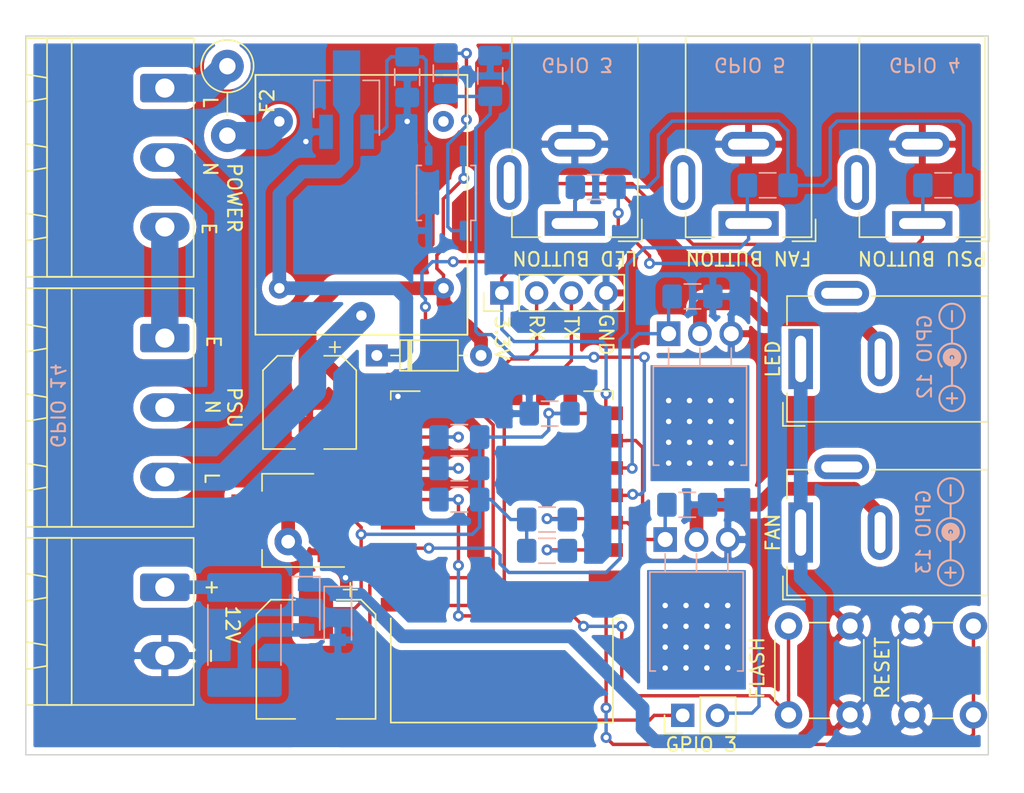
<source format=kicad_pcb>
(kicad_pcb (version 20171130) (host pcbnew "(5.1.2)-2")
  (layers (0 F.Cu signal) (31 B.Cu signal) (34 B.Paste user) (35 F.Paste user) (36 B.SilkS user) (37 F.SilkS user) (38 B.Mask user) (39 F.Mask user) (44 Edge.Cuts user))
  (net 0 "")
  (net 1 "Net-(J1-Pad3)")
  (net 2 Earth)
  (net 3 AC)
  (net 4 LED_BTN_PIN)
  (net 5 GND)
  (net 6 +12V)
  (net 7 "Net-(J4-Pad2)")
  (net 8 PSU_BTN_PIN)
  (net 9 FAN_BTN_PIN)
  (net 10 GNDPWR)
  (net 11 "Net-(J9-Pad2)")
  (net 12 "Net-(D2-Pad1)")
  (net 13 +3V3)
  (net 14 TX)
  (net 15 "Net-(U1-Pad14)")
  (net 16 "Net-(U1-Pad13)")
  (net 17 "Net-(U1-Pad12)")
  (net 18 "Net-(U1-Pad11)")
  (net 19 "Net-(U1-Pad10)")
  (net 20 "Net-(U1-Pad9)")
  (net 21 FAN_PIN)
  (net 22 LED_PIN)
  (net 23 PSU_PIN)
  (net 24 "Net-(U1-Pad2)")
  (net 25 "Net-(R6-Pad2)")
  (net 26 "Net-(R7-Pad2)")
  (net 27 "Net-(R8-Pad2)")
  (net 28 "Net-(R9-Pad2)")
  (net 29 "Net-(R10-Pad2)")
  (net 30 LED_BTN_RX_PIN)
  (net 31 "Net-(D1-Pad2)")
  (net 32 VCC)
  (net 33 "Net-(NT1-Pad2)")
  (net 34 "Net-(NT1-Pad1)")
  (net 35 "Net-(NT2-Pad2)")
  (net 36 "Net-(NT2-Pad1)")
  (net 37 "Net-(F2-Pad1)")
  (net 38 "Net-(Q1-Pad1)")
  (net 39 "Net-(R12-Pad2)")
  (module Relay_THT:RD_112DM (layer F.Cu) (at 107.188 25.654 270)
    (fp_text reference U2 hide)
    (fp_text value "RD-112DM ")
    (pad 4 thru_hole circle (at -6.45 5.6 270) (size 1.524 1.524) (drill 0.762) (layers *.Cu *.Mask) (net 3 AC))
    (pad 5 thru_hole circle (at -6.45 -6.4 270) (size 1.524 1.524) (drill 0.762) (layers *.Cu *.Mask))
    (pad 3 thru_hole circle (at 7.75 -0.4 270) (size 1.524 1.524) (drill 0.762) (layers *.Cu *.Mask) (net 1 "Net-(J1-Pad3)"))
    (pad 2 thru_hole circle (at 5.75 5.6 270) (size 1.524 1.524) (drill 0.762) (layers *.Cu *.Mask) (net 12 "Net-(D2-Pad1)"))
    (pad 1 thru_hole circle (at 5.75 -6.4 270) (size 1.524 1.524) (drill 0.762) (layers *.Cu *.Mask) (net 6 +12V))
  )
  (module Package_TO_SOT_SMD:SOT-89-3_Handsoldering (layer B.Cu) (at 106.5022 17.982 90)
    (fp_text reference Q1 hide)
    (fp_text value UT3N06)
    (pad 2 smd trapezoid (at -0.37 0) (size 1.5 0.75) (rect_delta 0 -0.5) (layers B.Cu B.Paste B.Mask) (net 12 "Net-(D2-Pad1)"))
    (pad 2 smd rect (at 1.98 0 180) (size 2 4) (layers B.Cu B.Paste B.Mask) (net 12 "Net-(D2-Pad1)"))
    (pad 3 smd rect (at -1.98 -1.5 180) (size 1 2.5) (layers B.Cu B.Paste B.Mask) (net 5 GND))
    (pad 2 smd rect (at -1.98 0 180) (size 1 2.5) (layers B.Cu B.Paste B.Mask) (net 12 "Net-(D2-Pad1)"))
    (pad 1 smd rect (at -1.98 1.5 180) (size 1 2.5) (layers B.Cu B.Paste B.Mask) (net 38 "Net-(Q1-Pad1)"))
  )
  (module Resistor_THT:R_Axial_DIN0411_L9.9mm_D3.6mm_P5.08mm_Vertical (layer F.Cu) (at 97.79 15.1638 270)
    (fp_text reference F2 (at 2.54 -2.92 90) (layer F.SilkS))
    (fp_text value "20N-100H ")
    (pad 2 thru_hole oval (at 5.08 0 270) (size 2.4 2.4) (drill 1.2) (layers *.Cu *.Mask) (net 3 AC))
    (pad 1 thru_hole circle (at 0 0 270) (size 2.4 2.4) (drill 1.2) (layers *.Cu *.Mask) (net 37 "Net-(F2-Pad1)"))
  )
  (module Package_SO:SOP-4_3.8x4.1mm_P2.54mm (layer B.Cu) (at 113.7793 24.4348 90)
    (fp_text reference U4 hide)
    (fp_text value "PS2711-1-F3-A ")
    (pad 4 smd roundrect (at 2.75 1.27 90) (size 1.45 0.55) (layers B.Cu B.Paste B.Mask) (net 6 +12V))
    (pad 3 smd roundrect (at 2.75 -1.27 90) (size 1.45 0.55) (layers B.Cu B.Paste B.Mask) (net 38 "Net-(Q1-Pad1)"))
    (pad 2 smd roundrect (at -2.75 -1.27 90) (size 1.45 0.55) (layers B.Cu B.Paste B.Mask) (net 5 GND))
    (pad 1 smd roundrect (at -2.75 1.27 90) (size 1.45 0.55) (layers B.Cu B.Paste B.Mask) (net 39 "Net-(R12-Pad2)"))
  )
  (module Resistor_SMD:R_1206_3216Metric_Pad1.42x1.75mm_HandSolder (layer B.Cu) (at 110.9345 15.9655 270)
    (fp_text reference R13 hide)
    (fp_text value 10k)
    (pad 2 smd roundrect (at 1.4875 0 270) (size 1.425 1.75) (layers B.Cu B.Paste B.Mask) (roundrect_rratio 0.175439) (net 5 GND))
    (pad 1 smd roundrect (at -1.4875 0 270) (size 1.425 1.75) (layers B.Cu B.Paste B.Mask) (roundrect_rratio 0.175439) (net 38 "Net-(Q1-Pad1)"))
  )
  (module Resistor_SMD:R_1206_3216Metric_Pad1.42x1.75mm_HandSolder (layer B.Cu) (at 113.7539 15.6845 90)
    (fp_text reference R12 hide)
    (fp_text value 412R)
    (pad 2 smd roundrect (at 1.4875 0 90) (size 1.425 1.75) (layers B.Cu B.Paste B.Mask) (roundrect_rratio 0.175439) (net 39 "Net-(R12-Pad2)"))
    (pad 1 smd roundrect (at -1.4875 0 90) (size 1.425 1.75) (layers B.Cu B.Paste B.Mask) (roundrect_rratio 0.175439) (net 23 PSU_PIN))
  )
  (module Symbol:Symbol_Barrel_Polarity (layer B.Cu) (at 150.6855 36.4617 270)
    (fp_text reference REF** hide)
    (fp_text value Symbol_Barrel_Polarity)
  )
  (module Symbol:Symbol_Barrel_Polarity (layer B.Cu) (at 150.5839 49.2252 270)
    (fp_text reference REF** hide)
    (fp_text value Symbol_Barrel_Polarity)
  )
  (module NetTie:NetTie-2_SMD_Pad0.5mm (layer F.Cu) (at 133.858 60.1853)
    (fp_text reference NT2 hide)
    (fp_text value Q3_THERMAL)
    (fp_poly (pts (xy -0.5 -0.25) (xy 0.5 -0.25) (xy 0.5 0.25) (xy -0.5 0.25)) (layer F.Cu) (width 0))
    (pad 2 smd circle (at 0.5 0) (size 0.5 0.5) (layers F.Cu) (net 35 "Net-(NT2-Pad2)"))
    (pad 1 smd circle (at -0.5 0) (size 0.5 0.5) (layers F.Cu) (net 36 "Net-(NT2-Pad1)"))
  )
  (module NetTie:NetTie-2_SMD_Pad0.5mm (layer F.Cu) (at 133.8707 45.0088)
    (fp_text reference NT1 hide)
    (fp_text value Q2_THERMAL hide)
    (fp_poly (pts (xy -0.5 -0.25) (xy 0.5 -0.25) (xy 0.5 0.25) (xy -0.5 0.25)) (layer F.Cu) (width 0))
    (pad 2 smd circle (at 0.5 0) (size 0.5 0.5) (layers F.Cu) (net 33 "Net-(NT1-Pad2)"))
    (pad 1 smd circle (at -0.5 0) (size 0.5 0.5) (layers F.Cu) (net 34 "Net-(NT1-Pad1)"))
  )
  (module Fuse:Fuse_2920_7451Metric_Pad2.10x5.45mm_HandSolder (layer B.Cu) (at 99.03714 56.76872 90)
    (fp_text reference F1 hide)
    (fp_text value "TLC-LSMD100 2A")
    (pad 2 smd roundrect (at 3.475 0 90) (size 2.1 5.45) (layers B.Cu B.Paste B.Mask) (roundrect_rratio 0.119048) (net 32 VCC))
    (pad 1 smd roundrect (at -3.475 0 90) (size 2.1 5.45) (layers B.Cu B.Paste B.Mask) (roundrect_rratio 0.119048) (net 31 "Net-(D1-Pad2)"))
  )
  (module Diode_SMD:D_SOD-123 (layer B.Cu) (at 105.8672 55.4746 270)
    (fp_text reference D3 hide)
    (fp_text value "BZT52C13 ")
    (pad 2 smd rect (at 1.65 0 270) (size 0.9 1.2) (layers B.Cu B.Paste B.Mask) (net 5 GND))
    (pad 1 smd rect (at -1.65 0 270) (size 0.9 1.2) (layers B.Cu B.Paste B.Mask) (net 6 +12V))
  )
  (module Diode_SMD:D_SOD-123 (layer B.Cu) (at 103.5431 54.7507 270)
    (fp_text reference D1 hide)
    (fp_text value "DS36W " hide)
    (pad 2 smd rect (at 1.65 0 270) (size 0.9 1.2) (layers B.Cu B.Paste B.Mask) (net 31 "Net-(D1-Pad2)"))
    (pad 1 smd rect (at -1.65 0 270) (size 0.9 1.2) (layers B.Cu B.Paste B.Mask) (net 6 +12V))
  )
  (module Capacitor_SMD:CP_Elec_6.3x5.4 (layer F.Cu) (at 103.80218 39.75608 270)
    (fp_text reference C2 hide)
    (fp_text value 10uF)
    (pad 2 smd roundrect (at 2.8 0 270) (size 3.5 1.6) (layers F.Cu F.Paste F.Mask) (roundrect_rratio 0.15625) (net 5 GND))
    (pad 1 smd roundrect (at -2.8 0 270) (size 3.5 1.6) (layers F.Cu F.Paste F.Mask) (roundrect_rratio 0.15625) (net 6 +12V))
  )
  (module Connector_BarrelJack:BarrelJack_Wuerth_6941xx301002 (layer F.Cu) (at 135.89 26.67 180)
    (fp_text reference J6 hide)
    (fp_text value FAN_BTN)
    (pad 1 thru_hole rect (at 0 0 180) (size 4.4 1.8) (drill oval 3.4 0.8) (layers *.Cu *.Mask) (net 9 FAN_BTN_PIN))
    (pad 2 thru_hole oval (at 0 5.8 180) (size 4 1.8) (drill oval 3 0.8) (layers *.Cu *.Mask) (net 5 GND))
    (pad 3 thru_hole oval (at 4.8 3 270) (size 4 1.8) (drill oval 3 0.8) (layers *.Cu *.Mask))
  )
  (module Connector_PinHeader_2.54mm:PinHeader_1x02_P2.54mm_Vertical (layer F.Cu) (at 131.0767 62.6491 90)
    (fp_text reference J11 hide)
    (fp_text value FLASH_JUMPER)
    (pad 2 thru_hole oval (at 0 2.54 90) (size 1.7 1.7) (drill 1) (layers *.Cu *.Mask) (net 4 LED_BTN_PIN))
    (pad 1 thru_hole rect (at 0 0 90) (size 1.7 1.7) (drill 1) (layers *.Cu *.Mask) (net 30 LED_BTN_RX_PIN))
  )
  (module Package_TO_SOT_SMD:SOT-223 (layer F.Cu) (at 102.235 48.387 180)
    (fp_text reference U3 hide)
    (fp_text value LD1117AG-30-AA3-A-R)
    (pad 1 smd rect (at -3.15 -2.3 180) (size 2 1.5) (layers F.Cu F.Paste F.Mask) (net 5 GND))
    (pad 3 smd rect (at -3.15 2.3 180) (size 2 1.5) (layers F.Cu F.Paste F.Mask) (net 6 +12V))
    (pad 2 smd rect (at -3.15 0 180) (size 2 1.5) (layers F.Cu F.Paste F.Mask) (net 13 +3V3))
    (pad 4 smd rect (at 3.15 0 180) (size 2 3.8) (layers F.Cu F.Paste F.Mask))
  )
  (module Capacitor_SMD:CP_Elec_8x10.5 (layer F.Cu) (at 104.267 58.547 270)
    (fp_text reference C3 hide)
    (fp_text value "100uF 50V")
    (pad 2 smd roundrect (at 3.7 0 270) (size 4.4 2.5) (layers F.Cu F.Paste F.Mask) (roundrect_rratio 0.1) (net 5 GND))
    (pad 1 smd roundrect (at -3.7 0 270) (size 4.4 2.5) (layers F.Cu F.Paste F.Mask) (roundrect_rratio 0.1) (net 13 +3V3))
  )
  (module Connector_Phoenix_MSTB:PhoenixContact_MSTBA_2,5_3-G-5,08_1x03_P5.08mm_Horizontal (layer F.Cu) (at 93.218 16.764 270)
    (fp_text reference J7 hide)
    (fp_text value POW_CON)
    (pad 3 thru_hole oval (at 10.16 0 270) (size 2.08 3.6) (drill 1.4) (layers *.Cu *.Mask) (net 2 Earth))
    (pad 2 thru_hole oval (at 5.08 0 270) (size 2.08 3.6) (drill 1.4) (layers *.Cu *.Mask) (net 10 GNDPWR))
    (pad 1 thru_hole roundrect (at 0 0 270) (size 2.08 3.6) (drill 1.4) (layers *.Cu *.Mask) (roundrect_rratio 0.120192) (net 37 "Net-(F2-Pad1)"))
  )
  (module Connector_Phoenix_MSTB:PhoenixContact_MSTBA_2,5_3-G-5,08_1x03_P5.08mm_Horizontal (layer F.Cu) (at 93.218 35.052 270)
    (fp_text reference J1 hide)
    (fp_text value PSU_CON)
    (pad 3 thru_hole oval (at 10.16 0 270) (size 2.08 3.6) (drill 1.4) (layers *.Cu *.Mask) (net 1 "Net-(J1-Pad3)"))
    (pad 2 thru_hole oval (at 5.08 0 270) (size 2.08 3.6) (drill 1.4) (layers *.Cu *.Mask) (net 10 GNDPWR))
    (pad 1 thru_hole roundrect (at 0 0 270) (size 2.08 3.6) (drill 1.4) (layers *.Cu *.Mask) (roundrect_rratio 0.120192) (net 2 Earth))
  )
  (module Connector_Phoenix_MSTB:PhoenixContact_MSTBA_2,5_2-G_1x02_P5.00mm_Horizontal (layer F.Cu) (at 93.218 53.2765 270)
    (fp_text reference J8 hide)
    (fp_text value LED_FAN_POW_CON)
    (pad 2 thru_hole oval (at 5 0 270) (size 2 3.6) (drill 1.4) (layers *.Cu *.Mask) (net 5 GND))
    (pad 1 thru_hole roundrect (at 0 0 270) (size 2 3.6) (drill 1.4) (layers *.Cu *.Mask) (roundrect_rratio 0.125) (net 32 VCC))
  )
  (module Package_TO_SOT_THT:TO-251-3-1EP_Horizontal_TabDown (layer B.Cu) (at 130.044 34.730667)
    (fp_text reference Q3 hide)
    (fp_text value UT3N06)
    (pad 3 thru_hole oval (at 4.58 0) (size 1.7175 1.8) (drill 1.1) (layers *.Cu *.Mask) (net 5 GND))
    (pad 2 thru_hole oval (at 2.29 0) (size 1.7175 1.8) (drill 1.1) (layers *.Cu *.Mask) (net 11 "Net-(J9-Pad2)"))
    (pad 1 thru_hole rect (at 0 0) (size 1.7175 1.8) (drill 1.1) (layers *.Cu *.Mask) (net 22 LED_PIN))
    (pad 4 smd rect (at 2.29 7.433333) (size 5.7 6.2) (layers B.Cu B.Paste B.Mask) (net 34 "Net-(NT1-Pad1)"))
  )
  (module Package_TO_SOT_THT:TO-251-3-1EP_Horizontal_TabDown (layer B.Cu) (at 129.794 49.784)
    (fp_text reference Q2 hide)
    (fp_text value UT3N06)
    (pad 3 thru_hole oval (at 4.58 0) (size 1.7175 1.8) (drill 1.1) (layers *.Cu *.Mask) (net 5 GND))
    (pad 2 thru_hole oval (at 2.29 0) (size 1.7175 1.8) (drill 1.1) (layers *.Cu *.Mask) (net 7 "Net-(J4-Pad2)"))
    (pad 1 thru_hole rect (at 0 0) (size 1.7175 1.8) (drill 1.1) (layers *.Cu *.Mask) (net 21 FAN_PIN))
    (pad 4 smd rect (at 2.29 7.433333) (size 5.7 6.2) (layers B.Cu B.Paste B.Mask) (net 36 "Net-(NT2-Pad1)"))
  )
  (module Connector_PinHeader_2.54mm:PinHeader_1x04_P2.54mm_Vertical (layer F.Cu) (at 117.856 31.75 90)
    (fp_text reference J2 hide)
    (fp_text value UART_CON)
    (pad 4 thru_hole oval (at 0 7.62 90) (size 1.7 1.7) (drill 1) (layers *.Cu *.Mask) (net 5 GND))
    (pad 3 thru_hole oval (at 0 5.08 90) (size 1.7 1.7) (drill 1) (layers *.Cu *.Mask) (net 14 TX))
    (pad 2 thru_hole oval (at 0 2.54 90) (size 1.7 1.7) (drill 1) (layers *.Cu *.Mask) (net 30 LED_BTN_RX_PIN))
    (pad 1 thru_hole rect (at 0 0 90) (size 1.7 1.7) (drill 1) (layers *.Cu *.Mask) (net 13 +3V3))
  )
  (module Diode_THT:D_DO-35_SOD27_P7.62mm_Horizontal (layer F.Cu) (at 108.712 36.322)
    (fp_text reference D2 hide)
    (fp_text value 1N4148)
    (pad 2 thru_hole oval (at 7.62 0) (size 1.6 1.6) (drill 0.8) (layers *.Cu *.Mask) (net 6 +12V))
    (pad 1 thru_hole rect (at 0 0) (size 1.6 1.6) (drill 0.8) (layers *.Cu *.Mask) (net 12 "Net-(D2-Pad1)"))
  )
  (module Capacitor_SMD:C_1206_3216Metric_Pad1.42x1.75mm_HandSolder (layer B.Cu) (at 121.3485 40.5765 180)
    (fp_text reference C1 hide)
    (fp_text value "100n 25V")
    (pad 2 smd roundrect (at 1.4875 0 180) (size 1.425 1.75) (layers B.Cu B.Paste B.Mask) (roundrect_rratio 0.175439) (net 5 GND))
    (pad 1 smd roundrect (at -1.4875 0 180) (size 1.425 1.75) (layers B.Cu B.Paste B.Mask) (roundrect_rratio 0.175439) (net 13 +3V3))
  )
  (module Resistor_SMD:R_1206_3216Metric_Pad1.42x1.75mm_HandSolder (layer B.Cu) (at 131.7895 32.004)
    (fp_text reference R5 hide)
    (fp_text value 10k)
    (pad 2 smd roundrect (at 1.4875 0) (size 1.425 1.75) (layers B.Cu B.Paste B.Mask) (roundrect_rratio 0.175439) (net 5 GND))
    (pad 1 smd roundrect (at -1.4875 0) (size 1.425 1.75) (layers B.Cu B.Paste B.Mask) (roundrect_rratio 0.175439) (net 22 LED_PIN))
  )
  (module Resistor_SMD:R_1206_3216Metric_Pad1.42x1.75mm_HandSolder (layer B.Cu) (at 137.287 23.876 180)
    (fp_text reference R4 hide)
    (fp_text value 10k)
    (pad 2 smd roundrect (at 1.4875 0 180) (size 1.425 1.75) (layers B.Cu B.Paste B.Mask) (roundrect_rratio 0.175439) (net 9 FAN_BTN_PIN))
    (pad 1 smd roundrect (at -1.4875 0 180) (size 1.425 1.75) (layers B.Cu B.Paste B.Mask) (roundrect_rratio 0.175439) (net 13 +3V3))
  )
  (module Resistor_SMD:R_1206_3216Metric_Pad1.42x1.75mm_HandSolder (layer B.Cu) (at 150.114 23.876 180)
    (fp_text reference R3 hide)
    (fp_text value 10k)
    (pad 2 smd roundrect (at 1.4875 0 180) (size 1.425 1.75) (layers B.Cu B.Paste B.Mask) (roundrect_rratio 0.175439) (net 8 PSU_BTN_PIN))
    (pad 1 smd roundrect (at -1.4875 0 180) (size 1.425 1.75) (layers B.Cu B.Paste B.Mask) (roundrect_rratio 0.175439) (net 13 +3V3))
  )
  (module Resistor_SMD:R_1206_3216Metric_Pad1.42x1.75mm_HandSolder (layer B.Cu) (at 131.4085 47.244)
    (fp_text reference R2 hide)
    (fp_text value 10k)
    (pad 2 smd roundrect (at 1.4875 0) (size 1.425 1.75) (layers B.Cu B.Paste B.Mask) (roundrect_rratio 0.175439) (net 5 GND))
    (pad 1 smd roundrect (at -1.4875 0) (size 1.425 1.75) (layers B.Cu B.Paste B.Mask) (roundrect_rratio 0.175439) (net 21 FAN_PIN))
  )
  (module Resistor_SMD:R_1206_3216Metric_Pad1.42x1.75mm_HandSolder (layer B.Cu) (at 124.714 24.003 180)
    (fp_text reference R1 hide)
    (fp_text value 10k)
    (pad 2 smd roundrect (at 1.4875 0 180) (size 1.425 1.75) (layers B.Cu B.Paste B.Mask) (roundrect_rratio 0.175439) (net 4 LED_BTN_PIN))
    (pad 1 smd roundrect (at -1.4875 0 180) (size 1.425 1.75) (layers B.Cu B.Paste B.Mask) (roundrect_rratio 0.175439) (net 13 +3V3))
  )
  (module Resistor_SMD:R_1206_3216Metric_Pad1.42x1.75mm_HandSolder (layer B.Cu) (at 117.0051 15.8766 90)
    (fp_text reference R11 hide)
    (fp_text value 10k)
    (pad 2 smd roundrect (at 1.4875 0 90) (size 1.425 1.75) (layers B.Cu B.Paste B.Mask) (roundrect_rratio 0.175439) (net 5 GND))
    (pad 1 smd roundrect (at -1.4875 0 90) (size 1.425 1.75) (layers B.Cu B.Paste B.Mask) (roundrect_rratio 0.175439) (net 23 PSU_PIN))
  )
  (module Resistor_SMD:R_1206_3216Metric_Pad1.42x1.75mm_HandSolder (layer B.Cu) (at 114.7445 42.291 180)
    (fp_text reference R10 hide)
    (fp_text value 10k)
    (pad 2 smd roundrect (at 1.4875 0 180) (size 1.425 1.75) (layers B.Cu B.Paste B.Mask) (roundrect_rratio 0.175439) (net 29 "Net-(R10-Pad2)"))
    (pad 1 smd roundrect (at -1.4875 0 180) (size 1.425 1.75) (layers B.Cu B.Paste B.Mask) (roundrect_rratio 0.175439) (net 13 +3V3))
  )
  (module Resistor_SMD:R_1206_3216Metric_Pad1.42x1.75mm_HandSolder (layer B.Cu) (at 114.7445 44.577 180)
    (fp_text reference R9 hide)
    (fp_text value 10k)
    (pad 2 smd roundrect (at 1.4875 0 180) (size 1.425 1.75) (layers B.Cu B.Paste B.Mask) (roundrect_rratio 0.175439) (net 28 "Net-(R9-Pad2)"))
    (pad 1 smd roundrect (at -1.4875 0 180) (size 1.425 1.75) (layers B.Cu B.Paste B.Mask) (roundrect_rratio 0.175439) (net 13 +3V3))
  )
  (module Resistor_SMD:R_1206_3216Metric_Pad1.42x1.75mm_HandSolder (layer B.Cu) (at 114.7445 46.863 180)
    (fp_text reference R8 hide)
    (fp_text value 10k)
    (pad 2 smd roundrect (at 1.4875 0 180) (size 1.425 1.75) (layers B.Cu B.Paste B.Mask) (roundrect_rratio 0.175439) (net 27 "Net-(R8-Pad2)"))
    (pad 1 smd roundrect (at -1.4875 0 180) (size 1.425 1.75) (layers B.Cu B.Paste B.Mask) (roundrect_rratio 0.175439) (net 13 +3V3))
  )
  (module Resistor_SMD:R_1206_3216Metric_Pad1.42x1.75mm_HandSolder (layer B.Cu) (at 121.158 48.3235)
    (fp_text reference R7 hide)
    (fp_text value 10k)
    (pad 2 smd roundrect (at 1.4875 0) (size 1.425 1.75) (layers B.Cu B.Paste B.Mask) (roundrect_rratio 0.175439) (net 26 "Net-(R7-Pad2)"))
    (pad 1 smd roundrect (at -1.4875 0) (size 1.425 1.75) (layers B.Cu B.Paste B.Mask) (roundrect_rratio 0.175439) (net 13 +3V3))
  )
  (module Resistor_SMD:R_1206_3216Metric_Pad1.42x1.75mm_HandSolder (layer B.Cu) (at 121.158 50.6095)
    (fp_text reference R6 hide)
    (fp_text value 10k)
    (pad 2 smd roundrect (at 1.4875 0) (size 1.425 1.75) (layers B.Cu B.Paste B.Mask) (roundrect_rratio 0.175439) (net 25 "Net-(R6-Pad2)"))
    (pad 1 smd roundrect (at -1.4875 0) (size 1.425 1.75) (layers B.Cu B.Paste B.Mask) (roundrect_rratio 0.175439) (net 13 +3V3))
  )
  (module RF_Module:ESP-12E (layer F.Cu) (at 117.856 51.054 180)
    (fp_text reference U1 hide)
    (fp_text value ESP-12E)
    (pad 1 smd rect (at -7.6 -3.5 180) (size 2.5 1) (layers F.Cu F.Paste F.Mask) (net 26 "Net-(R7-Pad2)"))
    (pad 2 smd rect (at -7.6 -1.5 180) (size 2.5 1) (layers F.Cu F.Paste F.Mask) (net 24 "Net-(U1-Pad2)"))
    (pad 3 smd rect (at -7.6 0.5 180) (size 2.5 1) (layers F.Cu F.Paste F.Mask) (net 25 "Net-(R6-Pad2)"))
    (pad 4 smd rect (at -7.6 2.5 180) (size 2.5 1) (layers F.Cu F.Paste F.Mask) (net 26 "Net-(R7-Pad2)"))
    (pad 5 smd rect (at -7.6 4.5 180) (size 2.5 1) (layers F.Cu F.Paste F.Mask) (net 23 PSU_PIN))
    (pad 6 smd rect (at -7.6 6.5 180) (size 2.5 1) (layers F.Cu F.Paste F.Mask) (net 22 LED_PIN))
    (pad 7 smd rect (at -7.6 8.5 180) (size 2.5 1) (layers F.Cu F.Paste F.Mask) (net 21 FAN_PIN))
    (pad 8 smd rect (at -7.6 10.5 180) (size 2.5 1) (layers F.Cu F.Paste F.Mask) (net 13 +3V3))
    (pad 9 smd rect (at -5 12 180) (size 1 1.8) (layers F.Cu F.Paste F.Mask) (net 20 "Net-(U1-Pad9)"))
    (pad 10 smd rect (at -3 12 180) (size 1 1.8) (layers F.Cu F.Paste F.Mask) (net 19 "Net-(U1-Pad10)"))
    (pad 11 smd rect (at -1 12 180) (size 1 1.8) (layers F.Cu F.Paste F.Mask) (net 18 "Net-(U1-Pad11)"))
    (pad 12 smd rect (at 1 12 180) (size 1 1.8) (layers F.Cu F.Paste F.Mask) (net 17 "Net-(U1-Pad12)"))
    (pad 13 smd rect (at 3 12 180) (size 1 1.8) (layers F.Cu F.Paste F.Mask) (net 16 "Net-(U1-Pad13)"))
    (pad 14 smd rect (at 5 12 180) (size 1 1.8) (layers F.Cu F.Paste F.Mask) (net 15 "Net-(U1-Pad14)"))
    (pad 15 smd rect (at 7.6 10.5 180) (size 2.5 1) (layers F.Cu F.Paste F.Mask) (net 5 GND))
    (pad 16 smd rect (at 7.6 8.5 180) (size 2.5 1) (layers F.Cu F.Paste F.Mask) (net 29 "Net-(R10-Pad2)"))
    (pad 17 smd rect (at 7.6 6.5 180) (size 2.5 1) (layers F.Cu F.Paste F.Mask) (net 28 "Net-(R9-Pad2)"))
    (pad 18 smd rect (at 7.6 4.5 180) (size 2.5 1) (layers F.Cu F.Paste F.Mask) (net 27 "Net-(R8-Pad2)"))
    (pad 19 smd rect (at 7.6 2.5 180) (size 2.5 1) (layers F.Cu F.Paste F.Mask) (net 8 PSU_BTN_PIN))
    (pad 20 smd rect (at 7.6 0.5 180) (size 2.5 1) (layers F.Cu F.Paste F.Mask) (net 9 FAN_BTN_PIN))
    (pad 21 smd rect (at 7.6 -1.5 180) (size 2.5 1) (layers F.Cu F.Paste F.Mask) (net 30 LED_BTN_RX_PIN))
    (pad 22 smd rect (at 7.6 -3.5 180) (size 2.5 1) (layers F.Cu F.Paste F.Mask) (net 14 TX))
  )
  (module Connector_BarrelJack:BarrelJack_Wuerth_6941xx301002 (layer F.Cu) (at 123.19 26.67 180)
    (fp_text reference J3 hide)
    (fp_text value LED_BTN)
    (pad 1 thru_hole rect (at 0 0 180) (size 4.4 1.8) (drill oval 3.4 0.8) (layers *.Cu *.Mask) (net 4 LED_BTN_PIN))
    (pad 2 thru_hole oval (at 0 5.8 180) (size 4 1.8) (drill oval 3 0.8) (layers *.Cu *.Mask) (net 5 GND))
    (pad 3 thru_hole oval (at 4.8 3 270) (size 4 1.8) (drill oval 3 0.8) (layers *.Cu *.Mask))
  )
  (module Connector_BarrelJack:BarrelJack_Wuerth_6941xx301002 (layer F.Cu) (at 148.59 26.67 180)
    (fp_text reference J5 hide)
    (fp_text value PSU_BTN)
    (pad 1 thru_hole rect (at 0 0 180) (size 4.4 1.8) (drill oval 3.4 0.8) (layers *.Cu *.Mask) (net 8 PSU_BTN_PIN))
    (pad 2 thru_hole oval (at 0 5.8 180) (size 4 1.8) (drill oval 3 0.8) (layers *.Cu *.Mask) (net 5 GND))
    (pad 3 thru_hole oval (at 4.8 3 270) (size 4 1.8) (drill oval 3 0.8) (layers *.Cu *.Mask))
  )
  (module Connector_BarrelJack:BarrelJack_Wuerth_6941xx301002 (layer F.Cu) (at 139.7 49.276 90)
    (fp_text reference J4 hide)
    (fp_text value FAN_CON)
    (pad 1 thru_hole rect (at 0 0 90) (size 4.4 1.8) (drill oval 3.4 0.8) (layers *.Cu *.Mask) (net 6 +12V))
    (pad 2 thru_hole oval (at 0 5.8 90) (size 4 1.8) (drill oval 3 0.8) (layers *.Cu *.Mask) (net 7 "Net-(J4-Pad2)"))
    (pad 3 thru_hole oval (at 4.8 3 180) (size 4 1.8) (drill oval 3 0.8) (layers *.Cu *.Mask))
  )
  (module Connector_BarrelJack:BarrelJack_Wuerth_6941xx301002 (layer F.Cu) (at 139.7 36.576 90)
    (fp_text reference J9 hide)
    (fp_text value LED_CON)
    (pad 1 thru_hole rect (at 0 0 90) (size 4.4 1.8) (drill oval 3.4 0.8) (layers *.Cu *.Mask) (net 6 +12V))
    (pad 2 thru_hole oval (at 0 5.8 90) (size 4 1.8) (drill oval 3 0.8) (layers *.Cu *.Mask) (net 11 "Net-(J9-Pad2)"))
    (pad 3 thru_hole oval (at 4.8 3 180) (size 4 1.8) (drill oval 3 0.8) (layers *.Cu *.Mask))
  )
  (module Button_Switch_THT:SW_PUSH_6mm (layer F.Cu) (at 138.811 62.611 90)
    (fp_text reference SW2 hide)
    (fp_text value FLASH)
    (pad 1 thru_hole circle (at 6.5 0 180) (size 2 2) (drill 1.1) (layers *.Cu *.Mask) (net 27 "Net-(R8-Pad2)"))
    (pad 2 thru_hole circle (at 6.5 4.5 180) (size 2 2) (drill 1.1) (layers *.Cu *.Mask) (net 5 GND))
    (pad 1 thru_hole circle (at 0 0 180) (size 2 2) (drill 1.1) (layers *.Cu *.Mask) (net 27 "Net-(R8-Pad2)"))
    (pad 2 thru_hole circle (at 0 4.5 180) (size 2 2) (drill 1.1) (layers *.Cu *.Mask) (net 5 GND))
  )
  (module Button_Switch_THT:SW_PUSH_6mm (layer F.Cu) (at 147.828 62.611 90)
    (fp_text reference SW1 hide)
    (fp_text value RESET)
    (pad 1 thru_hole circle (at 6.5 0 180) (size 2 2) (drill 1.1) (layers *.Cu *.Mask) (net 5 GND))
    (pad 2 thru_hole circle (at 6.5 4.5 180) (size 2 2) (drill 1.1) (layers *.Cu *.Mask) (net 26 "Net-(R7-Pad2)"))
    (pad 1 thru_hole circle (at 0 0 180) (size 2 2) (drill 1.1) (layers *.Cu *.Mask) (net 5 GND))
    (pad 2 thru_hole circle (at 0 4.5 180) (size 2 2) (drill 1.1) (layers *.Cu *.Mask) (net 26 "Net-(R7-Pad2)"))
  )
  (gr_text "GPIO 14" (at 85.3694 40.005 270) (layer B.SilkS) (effects (font (size 1 1)) (justify mirror)))
  (gr_text "GPIO 3" (at 123.3551 15.0495 180) (layer B.SilkS) (effects (font (size 1 1)) (justify mirror)))
  (gr_text "GPIO 5" (at 135.9789 15.0495 180) (layer B.SilkS) (effects (font (size 1 1)) (justify mirror)))
  (gr_text "GPIO 4" (at 148.7678 15.0495 180) (layer B.SilkS) (effects (font (size 1 1)) (justify mirror)))
  (gr_text "GPIO 13" (at 148.6789 49.2252 90) (layer B.SilkS) (effects (font (size 1 1)) (justify mirror)))
  (gr_text "GPIO 12" (at 148.7678 36.4236 90) (layer B.SilkS) (effects (font (size 1 1)) (justify mirror)))
  (gr_text - (at 150.6855 33.4518 90) (layer B.SilkS) (effects (font (size 1 1)) (justify mirror)))
  (gr_text + (at 150.7617 39.3827) (layer B.SilkS) (effects (font (size 1 1)) (justify mirror)))
  (gr_text + (at 150.6474 52.1335) (layer B.SilkS) (effects (font (size 1 1)) (justify mirror)))
  (gr_text - (at 150.5839 46.1899 90) (layer B.SilkS) (effects (font (size 1 1)) (justify mirror)))
  (gr_text "GPIO 3" (at 132.4356 64.7827) (layer F.SilkS) (effects (font (size 1 1))))
  (gr_line (start 153.416 65.532) (end 153.416 12.954) (layer Edge.Cuts) (width 0.1))
  (gr_line (start 83.058 65.532) (end 153.416 65.532) (layer Edge.Cuts) (width 0.1))
  (gr_line (start 83.058 12.954) (end 83.058 65.532) (layer Edge.Cuts) (width 0.1))
  (gr_line (start 153.416 12.954) (end 83.058 12.954) (layer Edge.Cuts) (width 0.1))
  (gr_poly (pts (xy 128.524 52.07) (xy 135.636 52.07) (xy 135.636 60.706) (xy 128.524 60.706)) (layer B.Cu) (width 0.1))
  (gr_poly (pts (xy 128.778 37.084) (xy 128.778 45.466) (xy 135.89 45.466) (xy 135.89 37.084)) (layer B.Cu) (width 0.1))
  (gr_text E (at 96.774 35.306 270) (layer F.SilkS) (effects (font (size 1 1))))
  (gr_text E (at 96.4311 27.051 270) (layer F.SilkS) (effects (font (size 1 1))))
  (gr_text GND (at 125.476 34.798 270) (layer F.SilkS) (effects (font (size 1 1))))
  (gr_text TX (at 122.936 34.29 270) (layer F.SilkS) (effects (font (size 1 1))))
  (gr_text RX (at 120.396 34.29 270) (layer F.SilkS) (effects (font (size 1 1))))
  (gr_text 3.3V (at 117.856 35.052 270) (layer F.SilkS) (effects (font (size 1 1))))
  (gr_poly (pts (xy 128.524 52.07) (xy 135.636 52.07) (xy 135.636 60.706) (xy 128.524 60.706)) (layer F.Cu) (width 0.1))
  (gr_poly (pts (xy 128.778 38.989) (xy 128.778 37.084) (xy 135.89 37.084) (xy 135.89 38.989)) (layer F.Cu) (width 0.1))
  (gr_poly (pts (xy 128.778 38.989) (xy 128.778 45.466) (xy 135.89 45.466) (xy 135.89 38.989)) (layer F.Cu) (width 0.1))
  (gr_text - (at 96.52 58.293 90) (layer F.SilkS) (effects (font (size 1 1))))
  (gr_text + (at 96.647 53.213) (layer F.SilkS) (effects (font (size 1 1))))
  (gr_text PSU (at 98.298 40.132 270) (layer F.SilkS) (effects (font (size 1 1))))
  (gr_text N (at 96.7867 40.0812 90) (layer F.SilkS) (effects (font (size 1 1))))
  (gr_text L (at 96.647 45.2755 270) (layer F.SilkS) (effects (font (size 1 1))))
  (gr_text N (at 96.5327 22.6822 270) (layer F.SilkS) (effects (font (size 1 1))))
  (gr_text L (at 96.5327 17.7927 270) (layer F.SilkS) (effects (font (size 1 1))))
  (gr_text POWER (at 98.298 24.7904 270) (layer F.SilkS) (effects (font (size 1 1))))
  (gr_text "LED BUTTON" (at 123.19 29.21 180) (layer F.SilkS) (effects (font (size 1 1))))
  (gr_text "FAN BUTTON" (at 135.89 29.21 180) (layer F.SilkS) (effects (font (size 1 1))))
  (gr_text "PSU BUTTON" (at 148.59 29.21 180) (layer F.SilkS) (effects (font (size 1 1))))
  (gr_text FLASH (at 136.525 59.182 90) (layer F.SilkS) (effects (font (size 1 1))))
  (gr_text RESET (at 145.669 59.182 90) (layer F.SilkS) (effects (font (size 1 1))))
  (gr_text FAN (at 137.668 49.276 90) (layer F.SilkS) (effects (font (size 1 1))))
  (gr_text LED (at 137.668 36.576 90) (layer F.SilkS) (effects (font (size 1 1))))
  (gr_text 12V (at 98.171 56.007 270) (layer F.SilkS) (effects (font (size 1 1))))
  (via (at 130.048 39.624) (size 0.8) (drill 0.4) (layers F.Cu B.Cu) (net 34))
  (via (at 130.048 41.148) (size 0.8) (drill 0.4) (layers F.Cu B.Cu) (net 34))
  (via (at 130.048 42.672) (size 0.8) (drill 0.4) (layers F.Cu B.Cu) (net 34))
  (via (at 130.048 44.196) (size 0.8) (drill 0.4) (layers F.Cu B.Cu) (net 34))
  (via (at 131.572 44.196) (size 0.8) (drill 0.4) (layers F.Cu B.Cu) (net 34))
  (via (at 131.572 42.672) (size 0.8) (drill 0.4) (layers F.Cu B.Cu) (net 34))
  (via (at 131.572 41.148) (size 0.8) (drill 0.4) (layers F.Cu B.Cu) (net 34))
  (via (at 131.572 39.624) (size 0.8) (drill 0.4) (layers F.Cu B.Cu) (net 34))
  (via (at 133.096 39.624) (size 0.8) (drill 0.4) (layers F.Cu B.Cu) (net 34))
  (via (at 133.096 41.148) (size 0.8) (drill 0.4) (layers F.Cu B.Cu) (net 34))
  (via (at 133.096 42.672) (size 0.8) (drill 0.4) (layers F.Cu B.Cu) (net 34))
  (via (at 133.096 44.196) (size 0.8) (drill 0.4) (layers F.Cu B.Cu) (net 34))
  (via (at 134.62 44.196) (size 0.8) (drill 0.4) (layers F.Cu B.Cu) (net 34))
  (via (at 134.62 42.672) (size 0.8) (drill 0.4) (layers F.Cu B.Cu) (net 34))
  (via (at 134.62 41.148) (size 0.8) (drill 0.4) (layers F.Cu B.Cu) (net 34))
  (via (at 134.62 39.624) (size 0.8) (drill 0.4) (layers F.Cu B.Cu) (net 34))
  (via (at 129.794 54.61) (size 0.8) (drill 0.4) (layers F.Cu B.Cu) (net 36))
  (via (at 129.794 56.134) (size 0.8) (drill 0.4) (layers F.Cu B.Cu) (net 36))
  (via (at 129.794 57.658) (size 0.8) (drill 0.4) (layers F.Cu B.Cu) (net 36))
  (via (at 129.794 59.182) (size 0.8) (drill 0.4) (layers F.Cu B.Cu) (net 36))
  (via (at 131.318 54.61) (size 0.8) (drill 0.4) (layers F.Cu B.Cu) (net 36))
  (via (at 132.842 54.61) (size 0.8) (drill 0.4) (layers F.Cu B.Cu) (net 36))
  (via (at 134.366 54.61) (size 0.8) (drill 0.4) (layers F.Cu B.Cu) (net 36))
  (via (at 134.366 56.134) (size 0.8) (drill 0.4) (layers F.Cu B.Cu) (net 36))
  (via (at 132.842 56.134) (size 0.8) (drill 0.4) (layers F.Cu B.Cu) (net 36))
  (via (at 131.318 56.134) (size 0.8) (drill 0.4) (layers F.Cu B.Cu) (net 36))
  (via (at 131.318 57.658) (size 0.8) (drill 0.4) (layers F.Cu B.Cu) (net 36))
  (via (at 132.842 57.658) (size 0.8) (drill 0.4) (layers F.Cu B.Cu) (net 36))
  (via (at 134.366 57.658) (size 0.8) (drill 0.4) (layers F.Cu B.Cu) (net 36))
  (via (at 131.318 59.182) (size 0.8) (drill 0.4) (layers F.Cu B.Cu) (net 36))
  (via (at 132.842 59.182) (size 0.8) (drill 0.4) (layers F.Cu B.Cu) (net 36))
  (via (at 134.366 59.182) (size 0.8) (drill 0.4) (layers F.Cu B.Cu) (net 36))
  (segment (start 104.013 36.979) (end 107.588 33.404) (width 2) (layer B.Cu) (net 1))
  (segment (start 104.013 38.8493) (end 104.013 36.979) (width 2) (layer B.Cu) (net 1))
  (segment (start 93.218 45.212) (end 97.6503 45.212) (width 2) (layer B.Cu) (net 1))
  (segment (start 97.6503 45.212) (end 104.013 38.8493) (width 2) (layer B.Cu) (net 1))
  (segment (start 93.218 35.052) (end 93.218 26.924) (width 2) (layer B.Cu) (net 2))
  (segment (start 100.5482 20.2438) (end 101.588 19.204) (width 2) (layer B.Cu) (net 3))
  (segment (start 97.79 20.2438) (end 100.5482 20.2438) (width 2) (layer B.Cu) (net 3))
  (segment (start 93.218 40.132) (end 97.018 40.132) (width 2) (layer B.Cu) (net 10))
  (segment (start 123.2265 26.6335) (end 123.19 26.67) (width 0.25) (layer B.Cu) (net 4))
  (segment (start 123.2265 24.003) (end 123.2265 26.6335) (width 0.25) (layer B.Cu) (net 4))
  (segment (start 133.604 62.484) (end 134.806081 62.484) (width 0.25) (layer B.Cu) (net 4))
  (segment (start 134.806081 62.484) (end 136.144 62.484) (width 0.25) (layer B.Cu) (net 4))
  (segment (start 136.144 62.484) (end 136.652 61.976) (width 0.25) (layer B.Cu) (net 4))
  (segment (start 136.652 61.976) (end 136.652 30.48) (width 0.25) (layer B.Cu) (net 4))
  (via (at 128.651 29.591) (size 0.8) (drill 0.4) (layers F.Cu B.Cu) (net 4))
  (segment (start 136.652 30.48) (end 135.763 29.591) (width 0.25) (layer B.Cu) (net 4))
  (segment (start 135.763 29.591) (end 128.651 29.591) (width 0.25) (layer B.Cu) (net 4))
  (segment (start 128.651 29.025315) (end 127.635 28.009315) (width 0.25) (layer F.Cu) (net 4))
  (segment (start 128.651 29.591) (end 128.651 29.025315) (width 0.25) (layer F.Cu) (net 4))
  (segment (start 127.635 28.009315) (end 127.635 25.527) (width 0.25) (layer F.Cu) (net 4))
  (segment (start 127.635 25.527) (end 126.619 24.511) (width 0.25) (layer F.Cu) (net 4))
  (segment (start 126.619 24.511) (end 123.698 24.511) (width 0.25) (layer F.Cu) (net 4))
  (segment (start 123.19 25.019) (end 123.19 26.67) (width 0.25) (layer F.Cu) (net 4))
  (segment (start 123.698 24.511) (end 123.19 25.019) (width 0.25) (layer F.Cu) (net 4))
  (via (at 106.426 52.578) (size 0.8) (drill 0.4) (layers F.Cu B.Cu) (net 5))
  (via (at 110.2614 39.31412) (size 0.8) (drill 0.4) (layers F.Cu B.Cu) (net 5))
  (segment (start 110.256 40.554) (end 110.256 39.31952) (width 0.25) (layer F.Cu) (net 5))
  (segment (start 110.256 39.31952) (end 110.2614 39.31412) (width 0.25) (layer F.Cu) (net 5))
  (segment (start 105.385 51.537) (end 106.426 52.578) (width 0.25) (layer F.Cu) (net 5))
  (segment (start 105.385 50.687) (end 105.385 51.537) (width 0.25) (layer F.Cu) (net 5))
  (segment (start 113.588 32.48163) (end 115.26937 34.163) (width 1) (layer F.Cu) (net 6))
  (segment (start 113.588 31.404) (end 113.588 32.48163) (width 1) (layer F.Cu) (net 6))
  (segment (start 115.26937 34.163) (end 115.316 34.163) (width 1) (layer F.Cu) (net 6))
  (segment (start 116.332 35.179) (end 116.332 36.322) (width 1) (layer F.Cu) (net 6))
  (segment (start 115.316 34.163) (end 116.332 35.179) (width 1) (layer F.Cu) (net 6))
  (segment (start 105.385 46.087) (end 105.635 46.087) (width 1) (layer F.Cu) (net 6))
  (segment (start 105.635 46.087) (end 106.553 45.169) (width 1) (layer F.Cu) (net 6))
  (segment (start 139.7 46.076) (end 139.7 36.576) (width 1) (layer B.Cu) (net 6))
  (segment (start 139.7 49.276) (end 139.7 46.076) (width 1) (layer B.Cu) (net 6))
  (segment (start 139.7 52.578) (end 139.7 49.276) (width 1) (layer B.Cu) (net 6))
  (segment (start 141.097 63.754) (end 141.097 53.975) (width 1) (layer B.Cu) (net 6))
  (segment (start 140.308999 64.542001) (end 141.097 63.754) (width 1) (layer B.Cu) (net 6))
  (segment (start 129.058001 64.542001) (end 140.308999 64.542001) (width 1) (layer B.Cu) (net 6))
  (segment (start 126.619 60.579) (end 128.143 62.103) (width 1) (layer B.Cu) (net 6))
  (segment (start 128.143 62.103) (end 128.143 63.627) (width 1) (layer B.Cu) (net 6))
  (segment (start 141.097 53.975) (end 139.7 52.578) (width 1) (layer B.Cu) (net 6))
  (segment (start 128.143 63.627) (end 129.058001 64.542001) (width 1) (layer B.Cu) (net 6))
  (segment (start 103.385 46.087) (end 105.385 46.087) (width 1) (layer F.Cu) (net 6))
  (segment (start 102.235 47.237) (end 103.385 46.087) (width 1) (layer F.Cu) (net 6))
  (segment (start 102.235 49.94148) (end 102.235 47.237) (width 1) (layer F.Cu) (net 6))
  (via (at 102.235 49.94148) (size 2) (drill 1) (layers F.Cu B.Cu) (net 6))
  (segment (start 103.80218 33.35782) (end 103.80218 36.95608) (width 1) (layer F.Cu) (net 6))
  (segment (start 113.588 31.404) (end 105.756 31.404) (width 1) (layer F.Cu) (net 6))
  (segment (start 105.756 31.404) (end 103.80218 33.35782) (width 1) (layer F.Cu) (net 6))
  (segment (start 104.70218 36.95608) (end 104.70634 36.95192) (width 1) (layer F.Cu) (net 6))
  (segment (start 103.80218 36.95608) (end 104.70218 36.95608) (width 1) (layer F.Cu) (net 6))
  (segment (start 106.553 38.50132) (end 106.553 45.169) (width 1) (layer F.Cu) (net 6))
  (segment (start 105.0036 36.95192) (end 106.553 38.50132) (width 1) (layer F.Cu) (net 6))
  (segment (start 104.70634 36.95192) (end 105.0036 36.95192) (width 1) (layer F.Cu) (net 6))
  (segment (start 103.5431 51.24958) (end 103.5431 53.1007) (width 1) (layer B.Cu) (net 6))
  (segment (start 102.235 49.94148) (end 103.5431 51.24958) (width 1) (layer B.Cu) (net 6))
  (segment (start 105.1433 53.1007) (end 105.8672 53.8246) (width 1) (layer B.Cu) (net 6))
  (segment (start 103.5431 53.1007) (end 105.1433 53.1007) (width 1) (layer B.Cu) (net 6))
  (segment (start 122.90552 56.86552) (end 128.143 62.103) (width 1) (layer B.Cu) (net 6))
  (segment (start 110.56112 56.86552) (end 122.90552 56.86552) (width 1) (layer B.Cu) (net 6))
  (segment (start 107.5202 53.8246) (end 110.56112 56.86552) (width 1) (layer B.Cu) (net 6))
  (segment (start 105.8672 53.8246) (end 107.5202 53.8246) (width 1) (layer B.Cu) (net 6))
  (segment (start 145.5 49.276) (end 145.5 47.964) (width 1) (layer F.Cu) (net 7))
  (segment (start 132.084 47.884) (end 132.084 49.784) (width 1) (layer F.Cu) (net 7))
  (segment (start 143.61201 46.07601) (end 137.81999 46.07601) (width 1) (layer F.Cu) (net 7))
  (segment (start 145.5 47.964) (end 143.61201 46.07601) (width 1) (layer F.Cu) (net 7))
  (segment (start 137.81999 46.07601) (end 136.652 47.244) (width 1) (layer F.Cu) (net 7))
  (segment (start 136.652 47.244) (end 132.724 47.244) (width 1) (layer F.Cu) (net 7))
  (segment (start 132.724 47.244) (end 132.084 47.884) (width 1) (layer F.Cu) (net 7))
  (segment (start 148.6265 26.6335) (end 148.59 26.67) (width 0.25) (layer B.Cu) (net 8))
  (segment (start 148.6265 23.876) (end 148.6265 26.6335) (width 0.25) (layer B.Cu) (net 8))
  (via (at 112.268 32.766) (size 0.8) (drill 0.4) (layers F.Cu B.Cu) (net 8))
  (segment (start 112.268 32.200315) (end 112.014 31.946315) (width 0.25) (layer B.Cu) (net 8))
  (segment (start 112.268 32.766) (end 112.268 32.200315) (width 0.25) (layer B.Cu) (net 8))
  (segment (start 112.014 31.946315) (end 112.014 31.369238) (width 0.25) (layer B.Cu) (net 8))
  (segment (start 112.014 31.369238) (end 112.014 30.226) (width 0.25) (layer B.Cu) (net 8))
  (via (at 114.3 29.464) (size 0.8) (drill 0.4) (layers F.Cu B.Cu) (net 8))
  (segment (start 112.014 30.226) (end 112.776 29.464) (width 0.25) (layer B.Cu) (net 8))
  (segment (start 112.776 29.464) (end 114.3 29.464) (width 0.25) (layer B.Cu) (net 8))
  (segment (start 148.47 27.94) (end 148.59 27.82) (width 0.25) (layer F.Cu) (net 8))
  (segment (start 131.826 28.194) (end 148.209 28.194) (width 0.25) (layer F.Cu) (net 8))
  (segment (start 118.745 29.464) (end 120.142 28.067) (width 0.25) (layer F.Cu) (net 8))
  (segment (start 120.142 28.067) (end 120.142 25.019) (width 0.25) (layer F.Cu) (net 8))
  (segment (start 148.59 27.82) (end 148.59 26.67) (width 0.25) (layer F.Cu) (net 8))
  (segment (start 120.142 25.019) (end 121.412 23.749) (width 0.25) (layer F.Cu) (net 8))
  (segment (start 114.3 29.464) (end 118.745 29.464) (width 0.25) (layer F.Cu) (net 8))
  (segment (start 121.412 23.749) (end 127.381 23.749) (width 0.25) (layer F.Cu) (net 8))
  (segment (start 148.463 27.94) (end 148.47 27.94) (width 0.25) (layer F.Cu) (net 8))
  (segment (start 148.209 28.194) (end 148.463 27.94) (width 0.25) (layer F.Cu) (net 8))
  (segment (start 127.381 23.749) (end 131.826 28.194) (width 0.25) (layer F.Cu) (net 8))
  (segment (start 112.268 36.83) (end 112.268 32.766) (width 0.25) (layer F.Cu) (net 8))
  (segment (start 108.756 48.554) (end 108.077 47.875) (width 0.25) (layer F.Cu) (net 8))
  (segment (start 110.256 48.554) (end 108.756 48.554) (width 0.25) (layer F.Cu) (net 8))
  (segment (start 108.077 47.875) (end 108.077 39.116) (width 0.25) (layer F.Cu) (net 8))
  (segment (start 108.077 39.116) (end 109.474 37.719) (width 0.25) (layer F.Cu) (net 8))
  (segment (start 111.379 37.719) (end 112.268 36.83) (width 0.25) (layer F.Cu) (net 8))
  (segment (start 109.474 37.719) (end 111.379 37.719) (width 0.25) (layer F.Cu) (net 8))
  (segment (start 135.7995 26.5795) (end 135.89 26.67) (width 0.25) (layer B.Cu) (net 9))
  (segment (start 135.7995 23.876) (end 135.7995 26.5795) (width 0.25) (layer B.Cu) (net 9))
  (segment (start 135.89 27.82) (end 135.262 28.448) (width 0.25) (layer B.Cu) (net 9))
  (segment (start 135.89 26.67) (end 135.89 27.82) (width 0.25) (layer B.Cu) (net 9))
  (segment (start 135.262 28.448) (end 128.27 28.448) (width 0.25) (layer B.Cu) (net 9))
  (segment (start 128.27 28.448) (end 127 29.718) (width 0.25) (layer B.Cu) (net 9))
  (segment (start 127 29.718) (end 127 34.671) (width 0.25) (layer B.Cu) (net 9))
  (segment (start 127 34.671) (end 126.492 35.179) (width 0.25) (layer B.Cu) (net 9))
  (segment (start 126.492 35.179) (end 126.492 51.181) (width 0.25) (layer B.Cu) (net 9))
  (segment (start 126.492 51.181) (end 125.476 52.197) (width 0.25) (layer B.Cu) (net 9))
  (segment (start 125.476 52.197) (end 118.364 52.197) (width 0.25) (layer B.Cu) (net 9))
  (segment (start 118.364 52.197) (end 117.729 51.562) (width 0.25) (layer B.Cu) (net 9))
  (segment (start 117.729 51.562) (end 117.729 50.927) (width 0.25) (layer B.Cu) (net 9))
  (segment (start 117.729 50.927) (end 117.221 50.419) (width 0.25) (layer B.Cu) (net 9))
  (via (at 112.522 50.419) (size 0.8) (drill 0.4) (layers F.Cu B.Cu) (net 9))
  (segment (start 117.221 50.419) (end 112.522 50.419) (width 0.25) (layer B.Cu) (net 9))
  (segment (start 110.391 50.419) (end 110.256 50.554) (width 0.25) (layer F.Cu) (net 9))
  (segment (start 112.522 50.419) (end 110.391 50.419) (width 0.25) (layer F.Cu) (net 9))
  (via (at 115.0747 23.368) (size 0.8) (drill 0.4) (layers F.Cu B.Cu) (net 6))
  (segment (start 115.0493 21.6848) (end 115.0493 23.3426) (width 0.25) (layer B.Cu) (net 6))
  (segment (start 115.0493 23.3426) (end 115.0747 23.368) (width 0.25) (layer B.Cu) (net 6))
  (segment (start 113.588 30.4411) (end 113.588 31.404) (width 0.25) (layer F.Cu) (net 6))
  (segment (start 113.1062 29.9593) (end 113.588 30.4411) (width 0.25) (layer F.Cu) (net 6))
  (segment (start 113.1062 28.9814) (end 113.1062 29.9593) (width 0.25) (layer F.Cu) (net 6))
  (segment (start 113.574999 28.512601) (end 113.1062 28.9814) (width 0.25) (layer F.Cu) (net 6))
  (segment (start 113.574999 24.867701) (end 113.574999 28.512601) (width 0.25) (layer F.Cu) (net 6))
  (segment (start 115.0747 23.368) (end 113.574999 24.867701) (width 0.25) (layer F.Cu) (net 6))
  (segment (start 93.218 21.844) (end 94.3356 21.844) (width 2) (layer B.Cu) (net 10))
  (segment (start 94.3356 21.844) (end 97.8408 25.3492) (width 2) (layer B.Cu) (net 10))
  (segment (start 97.8408 39.3092) (end 97.018 40.132) (width 2) (layer B.Cu) (net 10))
  (segment (start 97.8408 25.3492) (end 97.8408 39.3092) (width 2) (layer B.Cu) (net 10))
  (segment (start 132.334 34.730667) (end 132.334 32.830667) (width 1) (layer F.Cu) (net 11))
  (segment (start 132.334 32.830667) (end 132.652667 32.512) (width 1) (layer F.Cu) (net 11))
  (segment (start 132.652667 32.512) (end 135.89 32.512) (width 1) (layer F.Cu) (net 11))
  (segment (start 145.5 35.476) (end 145.5 36.576) (width 1) (layer F.Cu) (net 11))
  (segment (start 135.89 32.512) (end 137.053999 33.675999) (width 1) (layer F.Cu) (net 11))
  (segment (start 137.053999 33.675999) (end 143.699999 33.675999) (width 1) (layer F.Cu) (net 11))
  (segment (start 143.699999 33.675999) (end 145.5 35.476) (width 1) (layer F.Cu) (net 11))
  (segment (start 110.871 35.963) (end 110.871 32.131) (width 1) (layer B.Cu) (net 12))
  (segment (start 110.512 36.322) (end 110.871 35.963) (width 1) (layer B.Cu) (net 12))
  (segment (start 108.712 36.322) (end 110.512 36.322) (width 1) (layer B.Cu) (net 12))
  (segment (start 106.5022 19.962) (end 106.5022 16.002) (width 1) (layer B.Cu) (net 12))
  (segment (start 110.871 32.131) (end 110.144 31.404) (width 1) (layer B.Cu) (net 12))
  (segment (start 110.144 31.404) (end 101.588 31.404) (width 1) (layer B.Cu) (net 12))
  (segment (start 101.588 24.5357) (end 101.588 31.404) (width 1) (layer B.Cu) (net 12))
  (segment (start 103.251 22.8727) (end 101.588 24.5357) (width 1) (layer B.Cu) (net 12))
  (segment (start 105.8415 22.8727) (end 103.251 22.8727) (width 1) (layer B.Cu) (net 12))
  (segment (start 106.5022 19.962) (end 106.5022 22.212) (width 1) (layer B.Cu) (net 12))
  (segment (start 106.5022 22.212) (end 105.8415 22.8727) (width 1) (layer B.Cu) (net 12))
  (via (at 121.285 40.554002) (size 0.8) (drill 0.4) (layers F.Cu B.Cu) (net 13))
  (segment (start 122.836 40.5765) (end 121.307498 40.5765) (width 0.25) (layer B.Cu) (net 13))
  (segment (start 121.307498 40.5765) (end 121.285 40.554002) (width 0.25) (layer B.Cu) (net 13))
  (segment (start 125.455998 40.554002) (end 125.456 40.554) (width 0.25) (layer F.Cu) (net 13))
  (segment (start 121.285 40.554002) (end 125.455998 40.554002) (width 0.25) (layer F.Cu) (net 13))
  (segment (start 104.267 54.847) (end 107.078 54.847) (width 0.25) (layer F.Cu) (net 13))
  (segment (start 107.078 54.847) (end 107.569 54.356) (width 0.25) (layer F.Cu) (net 13))
  (segment (start 107.061 48.387) (end 105.385 48.387) (width 0.25) (layer F.Cu) (net 13))
  (segment (start 107.569 48.895) (end 107.061 48.387) (width 0.25) (layer F.Cu) (net 13))
  (segment (start 119.6705 50.6095) (end 119.6705 48.3235) (width 0.25) (layer B.Cu) (net 13))
  (segment (start 116.232 46.863) (end 116.232 42.291) (width 0.25) (layer B.Cu) (net 13))
  (segment (start 118.505 48.3235) (end 119.6705 48.3235) (width 0.25) (layer B.Cu) (net 13))
  (segment (start 116.232 46.863) (end 117.0445 46.863) (width 0.25) (layer B.Cu) (net 13))
  (segment (start 117.0445 46.863) (end 118.505 48.3235) (width 0.25) (layer B.Cu) (net 13))
  (segment (start 116.232 42.291) (end 120.777 42.291) (width 0.25) (layer B.Cu) (net 13))
  (segment (start 121.285 41.783) (end 121.285 40.554002) (width 0.25) (layer B.Cu) (net 13))
  (segment (start 120.777 42.291) (end 121.285 41.783) (width 0.25) (layer B.Cu) (net 13))
  (segment (start 117.856 30.65) (end 118.534 29.972) (width 0.25) (layer F.Cu) (net 13))
  (segment (start 117.856 31.75) (end 117.856 30.65) (width 0.25) (layer F.Cu) (net 13))
  (segment (start 118.534 29.972) (end 125.603 29.972) (width 0.25) (layer F.Cu) (net 13))
  (via (at 126.365 25.908) (size 0.8) (drill 0.4) (layers F.Cu B.Cu) (net 13))
  (segment (start 125.603 29.972) (end 126.365 29.21) (width 0.25) (layer F.Cu) (net 13))
  (segment (start 126.365 29.21) (end 126.365 25.908) (width 0.25) (layer F.Cu) (net 13))
  (segment (start 126.365 24.1665) (end 126.2015 24.003) (width 0.25) (layer B.Cu) (net 13))
  (segment (start 126.365 25.908) (end 126.365 24.1665) (width 0.25) (layer B.Cu) (net 13))
  (segment (start 138.7745 19.9025) (end 138.7745 23.876) (width 0.25) (layer B.Cu) (net 13))
  (segment (start 128.524 24.003) (end 129.286 23.241) (width 0.25) (layer B.Cu) (net 13))
  (segment (start 126.2015 24.003) (end 128.524 24.003) (width 0.25) (layer B.Cu) (net 13))
  (segment (start 129.286 23.241) (end 129.286 20.193) (width 0.25) (layer B.Cu) (net 13))
  (segment (start 129.286 20.193) (end 130.302 19.177) (width 0.25) (layer B.Cu) (net 13))
  (segment (start 130.302 19.177) (end 138.049 19.177) (width 0.25) (layer B.Cu) (net 13))
  (segment (start 138.049 19.177) (end 138.7745 19.9025) (width 0.25) (layer B.Cu) (net 13))
  (segment (start 138.7745 23.876) (end 141.351 23.876) (width 0.25) (layer B.Cu) (net 13))
  (segment (start 141.351 23.876) (end 141.859 23.368) (width 0.25) (layer B.Cu) (net 13))
  (segment (start 141.859 23.368) (end 141.859 19.685) (width 0.25) (layer B.Cu) (net 13))
  (segment (start 141.859 19.685) (end 142.367 19.177) (width 0.25) (layer B.Cu) (net 13))
  (segment (start 142.367 19.177) (end 151.257 19.177) (width 0.25) (layer B.Cu) (net 13))
  (segment (start 151.6015 19.5215) (end 151.6015 23.876) (width 0.25) (layer B.Cu) (net 13))
  (segment (start 151.257 19.177) (end 151.6015 19.5215) (width 0.25) (layer B.Cu) (net 13))
  (via (at 125.476 39.116) (size 0.8) (drill 0.4) (layers F.Cu B.Cu) (net 13))
  (segment (start 125.456 40.554) (end 125.456 39.136) (width 0.25) (layer F.Cu) (net 13))
  (segment (start 125.456 39.136) (end 125.476 39.116) (width 0.25) (layer F.Cu) (net 13))
  (segment (start 125.476 35.56) (end 125.476 39.116) (width 0.25) (layer B.Cu) (net 13))
  (segment (start 125.222 35.306) (end 125.476 35.56) (width 0.25) (layer B.Cu) (net 13))
  (segment (start 118.745 35.306) (end 125.222 35.306) (width 0.25) (layer B.Cu) (net 13))
  (segment (start 117.856 34.417) (end 118.745 35.306) (width 0.25) (layer B.Cu) (net 13))
  (segment (start 117.856 31.75) (end 117.856 34.417) (width 0.25) (layer B.Cu) (net 13))
  (via (at 107.569 49.403) (size 0.8) (drill 0.4) (layers F.Cu B.Cu) (net 13))
  (segment (start 107.569 49.403) (end 107.569 48.895) (width 0.25) (layer F.Cu) (net 13))
  (segment (start 107.569 54.356) (end 107.569 49.403) (width 0.25) (layer F.Cu) (net 13))
  (segment (start 107.569 49.403) (end 115.697 49.403) (width 0.25) (layer B.Cu) (net 13))
  (segment (start 116.232 48.868) (end 116.232 46.863) (width 0.25) (layer B.Cu) (net 13))
  (segment (start 115.697 49.403) (end 116.232 48.868) (width 0.25) (layer B.Cu) (net 13))
  (segment (start 111.756 54.554) (end 111.812 54.61) (width 0.25) (layer F.Cu) (net 14))
  (segment (start 110.256 54.554) (end 111.756 54.554) (width 0.25) (layer F.Cu) (net 14))
  (segment (start 111.812 54.61) (end 117.094 54.61) (width 0.25) (layer F.Cu) (net 14))
  (segment (start 118.030999 53.673001) (end 118.030999 37.671001) (width 0.25) (layer F.Cu) (net 14))
  (segment (start 117.094 54.61) (end 118.030999 53.673001) (width 0.25) (layer F.Cu) (net 14))
  (segment (start 118.030999 37.671001) (end 118.491 37.211) (width 0.25) (layer F.Cu) (net 14))
  (segment (start 118.491 37.211) (end 122.428 37.211) (width 0.25) (layer F.Cu) (net 14))
  (segment (start 122.936 36.703) (end 122.936 31.75) (width 0.25) (layer F.Cu) (net 14))
  (segment (start 122.428 37.211) (end 122.936 36.703) (width 0.25) (layer F.Cu) (net 14))
  (segment (start 129.794 47.371) (end 129.921 47.244) (width 0.25) (layer B.Cu) (net 21))
  (segment (start 129.794 49.784) (end 129.794 47.371) (width 0.25) (layer B.Cu) (net 21))
  (segment (start 126.956 42.554) (end 126.965 42.545) (width 0.25) (layer F.Cu) (net 21))
  (segment (start 125.456 42.554) (end 126.956 42.554) (width 0.25) (layer F.Cu) (net 21))
  (segment (start 126.965 42.545) (end 127.635 42.545) (width 0.25) (layer F.Cu) (net 21))
  (segment (start 127.635 42.545) (end 128.143 43.053) (width 0.25) (layer F.Cu) (net 21))
  (segment (start 128.143 43.053) (end 128.143 49.53) (width 0.25) (layer F.Cu) (net 21))
  (segment (start 128.397 49.784) (end 129.794 49.784) (width 0.25) (layer F.Cu) (net 21))
  (segment (start 128.143 49.53) (end 128.397 49.784) (width 0.25) (layer F.Cu) (net 21))
  (segment (start 130.044 32.262) (end 130.302 32.004) (width 0.25) (layer B.Cu) (net 22))
  (segment (start 130.044 34.730667) (end 130.044 32.262) (width 0.25) (layer B.Cu) (net 22))
  (via (at 127.381 44.577) (size 0.8) (drill 0.4) (layers F.Cu B.Cu) (net 22))
  (segment (start 125.456 44.554) (end 127.358 44.554) (width 0.25) (layer F.Cu) (net 22))
  (segment (start 127.358 44.554) (end 127.381 44.577) (width 0.25) (layer F.Cu) (net 22))
  (segment (start 127.829333 34.730667) (end 130.044 34.730667) (width 0.25) (layer B.Cu) (net 22))
  (segment (start 127.381 44.577) (end 127.381 35.179) (width 0.25) (layer B.Cu) (net 22))
  (segment (start 127.381 35.179) (end 127.829333 34.730667) (width 0.25) (layer B.Cu) (net 22))
  (via (at 127.418 46.482) (size 0.8) (drill 0.4) (layers F.Cu B.Cu) (net 23))
  (segment (start 125.456 46.554) (end 127.346 46.554) (width 0.25) (layer F.Cu) (net 23))
  (segment (start 127.346 46.554) (end 127.418 46.482) (width 0.25) (layer F.Cu) (net 23))
  (segment (start 127.983685 46.482) (end 128.27 46.195685) (width 0.25) (layer B.Cu) (net 23))
  (segment (start 127.418 46.482) (end 127.983685 46.482) (width 0.25) (layer B.Cu) (net 23))
  (via (at 128.27 36.449) (size 0.8) (drill 0.4) (layers F.Cu B.Cu) (net 23))
  (segment (start 128.27 46.195685) (end 128.27 36.449) (width 0.25) (layer B.Cu) (net 23))
  (via (at 124.587 36.449) (size 0.8) (drill 0.4) (layers F.Cu B.Cu) (net 23))
  (segment (start 124.587 36.449) (end 128.27 36.449) (width 0.25) (layer F.Cu) (net 23))
  (segment (start 113.9587 17.3768) (end 113.7539 17.172) (width 0.25) (layer B.Cu) (net 23))
  (segment (start 116.7765 17.3768) (end 113.9587 17.3768) (width 0.25) (layer B.Cu) (net 23))
  (segment (start 117.0051 18.6563) (end 117.0051 17.3641) (width 0.25) (layer B.Cu) (net 23))
  (segment (start 118.745 36.449) (end 117.094 34.798) (width 0.25) (layer B.Cu) (net 23))
  (segment (start 117.094 34.798) (end 116.205 34.798) (width 0.25) (layer B.Cu) (net 23))
  (segment (start 116.205 34.798) (end 115.951 34.544) (width 0.25) (layer B.Cu) (net 23))
  (segment (start 124.587 36.449) (end 118.745 36.449) (width 0.25) (layer B.Cu) (net 23))
  (segment (start 115.951 34.544) (end 115.951 19.7104) (width 0.25) (layer B.Cu) (net 23))
  (segment (start 115.951 19.7104) (end 117.0051 18.6563) (width 0.25) (layer B.Cu) (net 23))
  (via (at 121.158 50.546) (size 0.8) (drill 0.4) (layers F.Cu B.Cu) (net 25))
  (segment (start 122.6455 50.6095) (end 121.2215 50.6095) (width 0.25) (layer B.Cu) (net 25))
  (segment (start 121.2215 50.6095) (end 121.158 50.546) (width 0.25) (layer B.Cu) (net 25))
  (segment (start 125.448 50.546) (end 125.456 50.554) (width 0.25) (layer F.Cu) (net 25))
  (segment (start 121.158 50.546) (end 125.448 50.546) (width 0.25) (layer F.Cu) (net 25))
  (via (at 121.158 48.26) (size 0.8) (drill 0.4) (layers F.Cu B.Cu) (net 26))
  (segment (start 122.6455 48.3235) (end 121.2215 48.3235) (width 0.25) (layer B.Cu) (net 26))
  (segment (start 121.2215 48.3235) (end 121.158 48.26) (width 0.25) (layer B.Cu) (net 26))
  (segment (start 125.162 48.26) (end 125.456 48.554) (width 0.25) (layer F.Cu) (net 26))
  (segment (start 121.158 48.26) (end 125.162 48.26) (width 0.25) (layer F.Cu) (net 26))
  (segment (start 152.328 62.611) (end 152.328 56.111) (width 0.25) (layer F.Cu) (net 26))
  (segment (start 152.328 64.025213) (end 151.583213 64.77) (width 0.25) (layer F.Cu) (net 26))
  (segment (start 152.328 62.611) (end 152.328 64.025213) (width 0.25) (layer F.Cu) (net 26))
  (via (at 125.476 64.262) (size 0.8) (drill 0.4) (layers F.Cu B.Cu) (net 26))
  (segment (start 151.583213 64.77) (end 125.984 64.77) (width 0.25) (layer F.Cu) (net 26))
  (segment (start 125.984 64.77) (end 125.476 64.262) (width 0.25) (layer F.Cu) (net 26))
  (via (at 125.476 62.103) (size 0.8) (drill 0.4) (layers F.Cu B.Cu) (net 26))
  (segment (start 125.476 64.262) (end 125.476 62.103) (width 0.25) (layer B.Cu) (net 26))
  (segment (start 125.476 54.574) (end 125.456 54.554) (width 0.25) (layer F.Cu) (net 26))
  (segment (start 125.476 62.103) (end 125.476 54.574) (width 0.25) (layer F.Cu) (net 26))
  (segment (start 126.956 54.554) (end 127.381 54.129) (width 0.25) (layer F.Cu) (net 26))
  (segment (start 125.456 54.554) (end 126.956 54.554) (width 0.25) (layer F.Cu) (net 26))
  (segment (start 127.381 54.129) (end 127.381 48.895) (width 0.25) (layer F.Cu) (net 26))
  (segment (start 127.04 48.554) (end 125.456 48.554) (width 0.25) (layer F.Cu) (net 26))
  (segment (start 127.381 48.895) (end 127.04 48.554) (width 0.25) (layer F.Cu) (net 26))
  (via (at 114.681 46.863) (size 0.8) (drill 0.4) (layers F.Cu B.Cu) (net 27))
  (segment (start 113.257 46.863) (end 114.681 46.863) (width 0.25) (layer B.Cu) (net 27))
  (segment (start 110.565 46.863) (end 110.256 46.554) (width 0.25) (layer F.Cu) (net 27))
  (segment (start 114.681 46.863) (end 110.565 46.863) (width 0.25) (layer F.Cu) (net 27))
  (segment (start 138.811 61.196787) (end 138.811 56.111) (width 0.25) (layer F.Cu) (net 27))
  (segment (start 138.811 62.611) (end 138.811 61.196787) (width 0.25) (layer F.Cu) (net 27))
  (via (at 114.681 51.689) (size 0.8) (drill 0.4) (layers F.Cu B.Cu) (net 27))
  (segment (start 114.681 46.863) (end 114.681 51.689) (width 0.25) (layer F.Cu) (net 27))
  (via (at 114.681 55.372) (size 0.8) (drill 0.4) (layers F.Cu B.Cu) (net 27))
  (segment (start 114.681 51.689) (end 114.681 55.372) (width 0.25) (layer B.Cu) (net 27))
  (via (at 123.825 56.134) (size 0.8) (drill 0.4) (layers F.Cu B.Cu) (net 27))
  (segment (start 114.681 55.372) (end 123.063 55.372) (width 0.25) (layer F.Cu) (net 27))
  (segment (start 123.063 55.372) (end 123.825 56.134) (width 0.25) (layer F.Cu) (net 27))
  (via (at 126.619 56.134) (size 0.8) (drill 0.4) (layers F.Cu B.Cu) (net 27))
  (segment (start 123.825 56.134) (end 126.619 56.134) (width 0.25) (layer B.Cu) (net 27))
  (segment (start 137.414 61.214) (end 138.811 62.611) (width 0.25) (layer F.Cu) (net 27))
  (segment (start 127.381 61.214) (end 137.414 61.214) (width 0.25) (layer F.Cu) (net 27))
  (segment (start 126.619 56.134) (end 126.619 60.452) (width 0.25) (layer F.Cu) (net 27))
  (segment (start 126.619 60.452) (end 127.381 61.214) (width 0.25) (layer F.Cu) (net 27))
  (via (at 114.681 44.577) (size 0.8) (drill 0.4) (layers F.Cu B.Cu) (net 28))
  (segment (start 113.257 44.577) (end 114.681 44.577) (width 0.25) (layer B.Cu) (net 28))
  (segment (start 110.279 44.577) (end 110.256 44.554) (width 0.25) (layer F.Cu) (net 28))
  (segment (start 114.681 44.577) (end 110.279 44.577) (width 0.25) (layer F.Cu) (net 28))
  (via (at 114.681 42.291) (size 0.8) (drill 0.4) (layers F.Cu B.Cu) (net 29))
  (segment (start 113.257 42.291) (end 114.681 42.291) (width 0.25) (layer B.Cu) (net 29))
  (segment (start 110.519 42.291) (end 110.256 42.554) (width 0.25) (layer F.Cu) (net 29))
  (segment (start 114.681 42.291) (end 110.519 42.291) (width 0.25) (layer F.Cu) (net 29))
  (segment (start 108.204 62.103) (end 109.093 62.992) (width 0.25) (layer F.Cu) (net 30))
  (segment (start 108.204 53.106) (end 108.204 62.103) (width 0.25) (layer F.Cu) (net 30))
  (segment (start 108.756 52.554) (end 108.204 53.106) (width 0.25) (layer F.Cu) (net 30))
  (segment (start 110.256 52.554) (end 108.756 52.554) (width 0.25) (layer F.Cu) (net 30))
  (segment (start 111.756 52.554) (end 111.78 52.578) (width 0.25) (layer F.Cu) (net 30))
  (segment (start 110.256 52.554) (end 111.756 52.554) (width 0.25) (layer F.Cu) (net 30))
  (segment (start 111.78 52.578) (end 116.967 52.578) (width 0.25) (layer F.Cu) (net 30))
  (segment (start 116.967 52.578) (end 117.221 52.324) (width 0.25) (layer F.Cu) (net 30))
  (segment (start 117.364589 37.701001) (end 118.48959 36.576) (width 0.25) (layer F.Cu) (net 30))
  (segment (start 116.223997 37.701001) (end 117.364589 37.701001) (width 0.25) (layer F.Cu) (net 30))
  (segment (start 115.824 40.007002) (end 115.824 38.100998) (width 0.25) (layer F.Cu) (net 30))
  (segment (start 115.824 38.100998) (end 116.223997 37.701001) (width 0.25) (layer F.Cu) (net 30))
  (segment (start 118.48959 36.576) (end 119.761 36.576) (width 0.25) (layer F.Cu) (net 30))
  (segment (start 120.396 35.941) (end 120.396 31.75) (width 0.25) (layer F.Cu) (net 30))
  (segment (start 119.761 36.576) (end 120.396 35.941) (width 0.25) (layer F.Cu) (net 30))
  (segment (start 116.650501 40.831501) (end 117.221 41.402) (width 0.25) (layer F.Cu) (net 30))
  (segment (start 116.648499 40.831501) (end 116.650501 40.831501) (width 0.25) (layer F.Cu) (net 30))
  (segment (start 117.221 52.324) (end 117.221 41.402) (width 0.25) (layer F.Cu) (net 30))
  (segment (start 116.648499 40.831501) (end 115.824 40.007002) (width 0.25) (layer F.Cu) (net 30))
  (segment (start 109.093 62.992) (end 128.651 62.992) (width 0.25) (layer F.Cu) (net 30))
  (segment (start 128.9939 62.6491) (end 131.0767 62.6491) (width 0.25) (layer F.Cu) (net 30))
  (segment (start 128.651 62.992) (end 128.9939 62.6491) (width 0.25) (layer F.Cu) (net 30))
  (segment (start 100.09124 56.4007) (end 103.5431 56.4007) (width 1) (layer B.Cu) (net 31))
  (segment (start 99.03714 60.24372) (end 99.03714 57.4548) (width 1) (layer B.Cu) (net 31))
  (segment (start 99.03714 57.4548) (end 100.09124 56.4007) (width 1) (layer B.Cu) (net 31))
  (segment (start 99.01992 53.2765) (end 99.03714 53.29372) (width 1) (layer B.Cu) (net 32))
  (segment (start 93.218 53.2765) (end 99.01992 53.2765) (width 1) (layer B.Cu) (net 32))
  (segment (start 130.048 39.624) (end 130.048 38.1) (width 0.25) (layer F.Cu) (net 34))
  (segment (start 130.048 38.1) (end 134.62 38.1) (width 0.25) (layer F.Cu) (net 34))
  (segment (start 133.096 44.7341) (end 133.3707 45.0088) (width 0.25) (layer F.Cu) (net 34))
  (segment (start 133.096 44.196) (end 133.096 44.7341) (width 0.25) (layer F.Cu) (net 34))
  (segment (start 132.842 59.6693) (end 133.358 60.1853) (width 0.25) (layer F.Cu) (net 36))
  (segment (start 132.842 59.182) (end 132.842 59.6693) (width 0.25) (layer F.Cu) (net 36))
  (segment (start 96.1898 16.764) (end 97.79 15.1638) (width 2) (layer B.Cu) (net 37))
  (segment (start 93.218 16.764) (end 96.1898 16.764) (width 2) (layer B.Cu) (net 37))
  (segment (start 110.4294 17.4911) (end 110.4262 17.4879) (width 0.25) (layer B.Cu) (net 5))
  (segment (start 111.4044 17.4911) (end 110.4294 17.4911) (width 0.25) (layer B.Cu) (net 5))
  (via (at 103.5304 20.6756) (size 0.8) (drill 0.4) (layers F.Cu B.Cu) (net 5))
  (segment (start 105.0022 19.962) (end 104.244 19.962) (width 0.25) (layer B.Cu) (net 5))
  (segment (start 104.244 19.962) (end 103.5304 20.6756) (width 0.25) (layer B.Cu) (net 5))
  (via (at 110.9345 19.2024) (size 0.8) (drill 0.4) (layers F.Cu B.Cu) (net 5))
  (segment (start 110.9345 17.453) (end 110.9345 19.2024) (width 0.25) (layer B.Cu) (net 5))
  (segment (start 109.7534 14.478) (end 110.9345 14.478) (width 0.25) (layer B.Cu) (net 38))
  (segment (start 109.4486 14.7828) (end 109.7534 14.478) (width 0.25) (layer B.Cu) (net 38))
  (segment (start 109.4486 19.5834) (end 109.4486 14.7828) (width 0.25) (layer B.Cu) (net 38))
  (segment (start 108.0022 19.962) (end 109.07 19.962) (width 0.25) (layer B.Cu) (net 38))
  (segment (start 109.07 19.962) (end 109.4486 19.5834) (width 0.25) (layer B.Cu) (net 38))
  (segment (start 112.5093 20.8598) (end 112.5093 21.6848) (width 0.25) (layer B.Cu) (net 38))
  (segment (start 112.3188 20.6693) (end 112.5093 20.8598) (width 0.25) (layer B.Cu) (net 38))
  (segment (start 112.3188 14.732) (end 112.3188 20.6693) (width 0.25) (layer B.Cu) (net 38))
  (segment (start 112.0648 14.478) (end 112.3188 14.732) (width 0.25) (layer B.Cu) (net 38))
  (segment (start 110.9345 14.478) (end 112.0648 14.478) (width 0.25) (layer B.Cu) (net 38))
  (segment (start 114.6743 27.1848) (end 114.6684 27.1907) (width 0.25) (layer B.Cu) (net 39))
  (segment (start 115.0493 27.1848) (end 114.6743 27.1848) (width 0.25) (layer B.Cu) (net 39))
  (segment (start 114.6684 27.1907) (end 114.1857 27.1907) (width 0.25) (layer B.Cu) (net 39))
  (segment (start 114.1857 27.1907) (end 113.9063 26.9113) (width 0.25) (layer B.Cu) (net 39))
  (segment (start 113.9063 26.9113) (end 113.9063 20.8788) (width 0.25) (layer B.Cu) (net 39))
  (via (at 115.2652 19.0754) (size 0.8) (drill 0.4) (layers F.Cu B.Cu) (net 39))
  (segment (start 113.9063 20.8788) (end 115.2652 19.5199) (width 0.25) (layer B.Cu) (net 39))
  (segment (start 115.2652 19.5199) (end 115.2652 19.0754) (width 0.25) (layer B.Cu) (net 39))
  (via (at 115.2652 14.224) (size 0.8) (drill 0.4) (layers F.Cu B.Cu) (net 39))
  (segment (start 115.2652 19.0754) (end 115.2652 14.224) (width 0.25) (layer F.Cu) (net 39))
  (segment (start 113.7809 14.224) (end 113.7539 14.197) (width 0.25) (layer B.Cu) (net 39))
  (segment (start 115.2652 14.224) (end 113.7809 14.224) (width 0.25) (layer B.Cu) (net 39))
  (zone (net 5) (net_name GND) (layer F.Cu) (connect_pads (clearance 0.508)) (min_thickness 0.254) (fill yes (arc_segments 32) (thermal_gap 0.508) (thermal_bridge_width 0.508))
    (polygon (pts (xy 83.058 65.532) (xy 153.416 65.532) (xy 153.416 12.954) (xy 83.058 12.954)))
  )
  (zone (net 5) (net_name GND) (layer B.Cu) (connect_pads (clearance 0.508)) (min_thickness 0.254) (fill yes (arc_segments 32) (thermal_gap 0.508) (thermal_bridge_width 0.508))
    (polygon (pts (xy 83.058 12.954) (xy 153.416 12.954) (xy 153.416 65.532) (xy 83.058 65.532)))
  )
)
</source>
